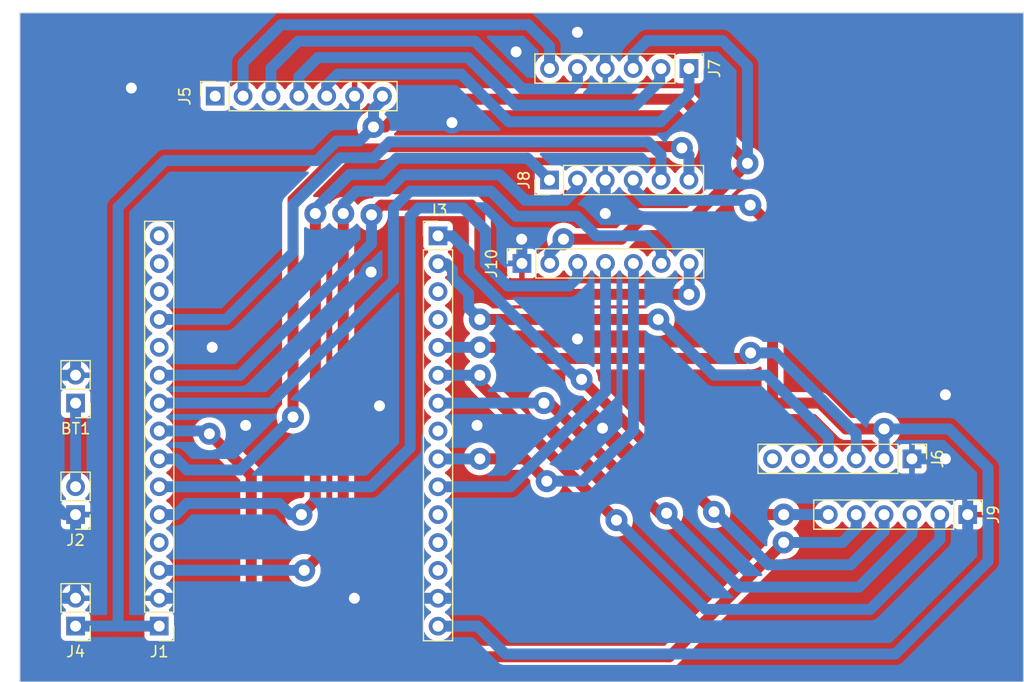
<source format=kicad_pcb>
(kicad_pcb (version 20221018) (generator pcbnew)
  (layers (0 "F.Cu" signal) (31 "B.Cu" signal) (34 "B.Paste" user) (35 "F.Paste" user) (36 "B.SilkS" user "B.Silkscreen") (37 "F.SilkS" user "F.Silkscreen") (38 "B.Mask" user) (39 "F.Mask" user) (44 "Edge.Cuts" user))
  (net 0 "")
  (net 1 "+24V")
  (net 2 "GND")
  (net 3 "+5V")
  (net 4 "ESP32_HSPI_MOSI")
  (net 6 "ESP32_HSPI_CLK")
  (net 7 "E32_433T30D_AUX")
  (net 8 "MCP2515_SPI_CS")
  (net 9 "SD_CARD_SPI_CS")
  (net 10 "E32_433T30D_M1")
  (net 11 "E32_433T30D_M0")
  (net 13 "ESP32_HSPI_MISO")
  (net 17 "ESP32_VSPI_MOSI")
  (net 18 "ESP32_I2C_SCL")
  (net 21 "ESP32_I2C_SDA")
  (net 22 "ESP32_VSPI_MISO")
  (net 23 "ESP32_VSPI_CLK")
  (net 25 "ESP32_UART_2_TX")
  (net 26 "ESP32_UART_2_RX")
  (net 30 "+3.3V")
  (net 32 "Net-(J5-Pin_2)")
  (net 33 "Net-(J5-Pin_3)")
  (net 34 "Net-(J5-Pin_4)")
  (net 35 "Net-(J5-Pin_5)")
  (footprint "Connector_PinHeader_2.54mm:PinHeader_1x15_P2.54mm_Vertical" (layer "F.Cu") (at 116.84 114.3 180)
    (fp_text reference "J1" (at 0 -2.33) (layer "F.SilkS"))
    (fp_text value "Conn_01x15_Pin")
    (fp_line (start -1.33 -1.33) (end 0 -1.33) (stroke (width 0.12)) (layer "F.SilkS"))
    (fp_line (start -1.33 0) (end -1.33 -1.33) (stroke (width 0.12)) (layer "F.SilkS"))
    (fp_line (start -1.33 1.27) (end -1.33 36.89) (stroke (width 0.12)) (layer "F.SilkS"))
    (fp_line (start -1.33 1.27) (end 1.33 1.27) (stroke (width 0.12)) (layer "F.SilkS"))
    (fp_line (start -1.33 36.89) (end 1.33 36.89) (stroke (width 0.12)) (layer "F.SilkS"))
    (fp_line (start 1.33 1.27) (end 1.33 36.89) (stroke (width 0.12)) (layer "F.SilkS"))
    (pad "1" thru_hole rect (at 0 0 180) (size 1.7 1.7) (drill 1) (layers "*.Cu" "*.Mask") (net 3 "+5V"))
    (pad "2" thru_hole oval (at 0 2.54 180) (size 1.7 1.7) (drill 1) (layers "*.Cu" "*.Mask") (net 2 "GND"))
    (pad "3" thru_hole oval (at 0 5.08 180) (size 1.7 1.7) (drill 1) (layers "*.Cu" "*.Mask") (net 4 "ESP32_HSPI_MOSI"))
    (pad "4" thru_hole oval (at 0 7.62 180) (size 1.7 1.7) (drill 1) (layers "*.Cu" "*.Mask"))
    (pad "5" thru_hole oval (at 0 10.16 180) (size 1.7 1.7) (drill 1) (layers "*.Cu" "*.Mask") (net 6 "ESP32_HSPI_CLK"))
    (pad "6" thru_hole oval (at 0 12.7 180) (size 1.7 1.7) (drill 1) (layers "*.Cu" "*.Mask") (net 7 "E32_433T30D_AUX"))
    (pad "7" thru_hole oval (at 0 15.24 180) (size 1.7 1.7) (drill 1) (layers "*.Cu" "*.Mask") (net 8 "MCP2515_SPI_CS"))
    (pad "8" thru_hole oval (at 0 17.78 180) (size 1.7 1.7) (drill 1) (layers "*.Cu" "*.Mask") (net 9 "SD_CARD_SPI_CS"))
    (pad "9" thru_hole oval (at 0 20.32 180) (size 1.7 1.7) (drill 1) (layers "*.Cu" "*.Mask") (net 10 "E32_433T30D_M1"))
    (pad "10" thru_hole oval (at 0 22.86 180) (size 1.7 1.7) (drill 1) (layers "*.Cu" "*.Mask") (net 11 "E32_433T30D_M0"))
    (pad "11" thru_hole oval (at 0 25.4 180) (size 1.7 1.7) (drill 1) (layers "*.Cu" "*.Mask"))
    (pad "12" thru_hole oval (at 0 27.94 180) (size 1.7 1.7) (drill 1) (layers "*.Cu" "*.Mask") (net 13 "ESP32_HSPI_MISO"))
    (pad "13" thru_hole oval (at 0 30.48 180) (size 1.7 1.7) (drill 1) (layers "*.Cu" "*.Mask"))
    (pad "14" thru_hole oval (at 0 33.02 180) (size 1.7 1.7) (drill 1) (layers "*.Cu" "*.Mask"))
    (pad "15" thru_hole oval (at 0 35.56 180) (size 1.7 1.7) (drill 1) (layers "*.Cu" "*.Mask"))
  )
  (footprint "Connector_PinHeader_2.54mm:PinHeader_1x06_P2.54mm_Vertical" (layer "F.Cu") (at 152.4 73.66 90)
    (fp_text reference "J8" (at 0 -2.33 90) (layer "F.SilkS"))
    (fp_text value "Conn_01x06_Pin")
    (fp_line (start -1.33 -1.33) (end 0 -1.33) (stroke (width 0.12)) (layer "F.SilkS"))
    (fp_line (start -1.33 0) (end -1.33 -1.33) (stroke (width 0.12)) (layer "F.SilkS"))
    (fp_line (start -1.33 1.27) (end -1.33 14.03) (stroke (width 0.12)) (layer "F.SilkS"))
    (fp_line (start -1.33 1.27) (end 1.33 1.27) (stroke (width 0.12)) (layer "F.SilkS"))
    (fp_line (start -1.33 14.03) (end 1.33 14.03) (stroke (width 0.12)) (layer "F.SilkS"))
    (fp_line (start 1.33 1.27) (end 1.33 14.03) (stroke (width 0.12)) (layer "F.SilkS"))
    (pad "1" thru_hole rect (at 0 0 90) (size 1.7 1.7) (drill 1) (layers "*.Cu" "*.Mask") (net 6 "ESP32_HSPI_CLK"))
    (pad "2" thru_hole oval (at 0 2.54 90) (size 1.7 1.7) (drill 1) (layers "*.Cu" "*.Mask") (net 4 "ESP32_HSPI_MOSI"))
    (pad "3" thru_hole oval (at 0 5.08 90) (size 1.7 1.7) (drill 1) (layers "*.Cu" "*.Mask") (net 2 "GND"))
    (pad "4" thru_hole oval (at 0 7.62 90) (size 1.7 1.7) (drill 1) (layers "*.Cu" "*.Mask") (net 30 "+3.3V"))
    (pad "5" thru_hole oval (at 0 10.16 90) (size 1.7 1.7) (drill 1) (layers "*.Cu" "*.Mask") (net 13 "ESP32_HSPI_MISO"))
    (pad "6" thru_hole oval (at 0 12.7 90) (size 1.7 1.7) (drill 1) (layers "*.Cu" "*.Mask") (net 8 "MCP2515_SPI_CS"))
  )
  (footprint "Connector_PinHeader_2.54mm:PinHeader_1x06_P2.54mm_Vertical" (layer "F.Cu") (at 165.1 63.5 -90)
    (fp_text reference "J7" (at 0 -2.33 90) (layer "F.SilkS"))
    (fp_text value "Conn_01x06_Pin")
    (fp_line (start -1.33 -1.33) (end 0 -1.33) (stroke (width 0.12)) (layer "F.SilkS"))
    (fp_line (start -1.33 0) (end -1.33 -1.33) (stroke (width 0.12)) (layer "F.SilkS"))
    (fp_line (start -1.33 1.27) (end -1.33 14.03) (stroke (width 0.12)) (layer "F.SilkS"))
    (fp_line (start -1.33 1.27) (end 1.33 1.27) (stroke (width 0.12)) (layer "F.SilkS"))
    (fp_line (start -1.33 14.03) (end 1.33 14.03) (stroke (width 0.12)) (layer "F.SilkS"))
    (fp_line (start 1.33 1.27) (end 1.33 14.03) (stroke (width 0.12)) (layer "F.SilkS"))
    (pad "1" thru_hole rect (at 0 0 270) (size 1.7 1.7) (drill 1) (layers "*.Cu" "*.Mask") (net 35 "Net-(J5-Pin_5)"))
    (pad "2" thru_hole oval (at 0 2.54 270) (size 1.7 1.7) (drill 1) (layers "*.Cu" "*.Mask") (net 34 "Net-(J5-Pin_4)"))
    (pad "3" thru_hole oval (at 0 5.08 270) (size 1.7 1.7) (drill 1) (layers "*.Cu" "*.Mask") (net 3 "+5V"))
    (pad "4" thru_hole oval (at 0 7.62 270) (size 1.7 1.7) (drill 1) (layers "*.Cu" "*.Mask") (net 2 "GND"))
    (pad "5" thru_hole oval (at 0 10.16 270) (size 1.7 1.7) (drill 1) (layers "*.Cu" "*.Mask") (net 33 "Net-(J5-Pin_3)"))
    (pad "6" thru_hole oval (at 0 12.7 270) (size 1.7 1.7) (drill 1) (layers "*.Cu" "*.Mask") (net 32 "Net-(J5-Pin_2)"))
  )
  (footprint "Connector_PinHeader_2.54mm:PinHeader_1x06_P2.54mm_Vertical" (layer "F.Cu") (at 190.5 104.14 -90)
    (fp_text reference "J9" (at 0 -2.33 90) (layer "F.SilkS"))
    (fp_text value "Conn_01x06_Pin")
    (fp_line (start -1.33 -1.33) (end 0 -1.33) (stroke (width 0.12)) (layer "F.SilkS"))
    (fp_line (start -1.33 0) (end -1.33 -1.33) (stroke (width 0.12)) (layer "F.SilkS"))
    (fp_line (start -1.33 1.27) (end -1.33 14.03) (stroke (width 0.12)) (layer "F.SilkS"))
    (fp_line (start -1.33 1.27) (end 1.33 1.27) (stroke (width 0.12)) (layer "F.SilkS"))
    (fp_line (start -1.33 14.03) (end 1.33 14.03) (stroke (width 0.12)) (layer "F.SilkS"))
    (fp_line (start 1.33 1.27) (end 1.33 14.03) (stroke (width 0.12)) (layer "F.SilkS"))
    (pad "1" thru_hole rect (at 0 0 270) (size 1.7 1.7) (drill 1) (layers "*.Cu" "*.Mask") (net 2 "GND"))
    (pad "2" thru_hole oval (at 0 2.54 270) (size 1.7 1.7) (drill 1) (layers "*.Cu" "*.Mask") (net 22 "ESP32_VSPI_MISO"))
    (pad "3" thru_hole oval (at 0 5.08 270) (size 1.7 1.7) (drill 1) (layers "*.Cu" "*.Mask") (net 23 "ESP32_VSPI_CLK"))
    (pad "4" thru_hole oval (at 0 7.62 270) (size 1.7 1.7) (drill 1) (layers "*.Cu" "*.Mask") (net 17 "ESP32_VSPI_MOSI"))
    (pad "5" thru_hole oval (at 0 10.16 270) (size 1.7 1.7) (drill 1) (layers "*.Cu" "*.Mask") (net 9 "SD_CARD_SPI_CS"))
    (pad "6" thru_hole oval (at 0 12.7 270) (size 1.7 1.7) (drill 1) (layers "*.Cu" "*.Mask") (net 30 "+3.3V"))
  )
  (footprint "Connector_PinHeader_2.54mm:PinHeader_1x02_P2.54mm_Vertical" (layer "F.Cu") (at 109.22 114.3 180)
    (fp_text reference "J4" (at 0 -2.33) (layer "F.SilkS"))
    (fp_text value "Conn_01x02_Pin")
    (fp_line (start -1.33 -1.33) (end 0 -1.33) (stroke (width 0.12)) (layer "F.SilkS"))
    (fp_line (start -1.33 0) (end -1.33 -1.33) (stroke (width 0.12)) (layer "F.SilkS"))
    (fp_line (start -1.33 1.27) (end -1.33 3.87) (stroke (width 0.12)) (layer "F.SilkS"))
    (fp_line (start -1.33 1.27) (end 1.33 1.27) (stroke (width 0.12)) (layer "F.SilkS"))
    (fp_line (start -1.33 3.87) (end 1.33 3.87) (stroke (width 0.12)) (layer "F.SilkS"))
    (fp_line (start 1.33 1.27) (end 1.33 3.87) (stroke (width 0.12)) (layer "F.SilkS"))
    (pad "1" thru_hole rect (at 0 0 180) (size 1.7 1.7) (drill 1) (layers "*.Cu" "*.Mask") (net 3 "+5V"))
    (pad "2" thru_hole oval (at 0 2.54 180) (size 1.7 1.7) (drill 1) (layers "*.Cu" "*.Mask") (net 2 "GND"))
  )
  (footprint "Connector_PinHeader_2.54mm:PinHeader_1x02_P2.54mm_Vertical" (layer "F.Cu") (at 109.22 104.14 180)
    (fp_text reference "J2" (at 0 -2.33) (layer "F.SilkS"))
    (fp_text value "Conn_01x02_Pin")
    (fp_line (start -1.33 -1.33) (end 0 -1.33) (stroke (width 0.12)) (layer "F.SilkS"))
    (fp_line (start -1.33 0) (end -1.33 -1.33) (stroke (width 0.12)) (layer "F.SilkS"))
    (fp_line (start -1.33 1.27) (end -1.33 3.87) (stroke (width 0.12)) (layer "F.SilkS"))
    (fp_line (start -1.33 1.27) (end 1.33 1.27) (stroke (width 0.12)) (layer "F.SilkS"))
    (fp_line (start -1.33 3.87) (end 1.33 3.87) (stroke (width 0.12)) (layer "F.SilkS"))
    (fp_line (start 1.33 1.27) (end 1.33 3.87) (stroke (width 0.12)) (layer "F.SilkS"))
    (pad "1" thru_hole rect (at 0 0 180) (size 1.7 1.7) (drill 1) (layers "*.Cu" "*.Mask") (net 2 "GND"))
    (pad "2" thru_hole oval (at 0 2.54 180) (size 1.7 1.7) (drill 1) (layers "*.Cu" "*.Mask") (net 1 "+24V"))
  )
  (footprint "Connector_PinSocket_2.54mm:PinSocket_1x07_P2.54mm_Vertical" (layer "F.Cu") (at 121.94 66.015 90)
    (fp_text reference "J5" (at 0 -2.77 90) (layer "F.SilkS"))
    (fp_text value "Conn_01x07_Pin")
    (fp_line (start -1.33 1.27) (end -1.33 16.57) (stroke (width 0.12)) (layer "F.SilkS"))
    (fp_line (start -1.33 1.27) (end 1.33 1.27) (stroke (width 0.12)) (layer "F.SilkS"))
    (fp_line (start -1.33 16.57) (end 1.33 16.57) (stroke (width 0.12)) (layer "F.SilkS"))
    (fp_line (start 0 -1.33) (end 1.33 -1.33) (stroke (width 0.12)) (layer "F.SilkS"))
    (fp_line (start 1.33 -1.33) (end 1.33 0) (stroke (width 0.12)) (layer "F.SilkS"))
    (fp_line (start 1.33 1.27) (end 1.33 16.57) (stroke (width 0.12)) (layer "F.SilkS"))
    (pad "1" thru_hole rect (at 0 0 90) (size 1.7 1.7) (drill 1) (layers "*.Cu" "*.Mask"))
    (pad "2" thru_hole oval (at 0 2.54 90) (size 1.7 1.7) (drill 1) (layers "*.Cu" "*.Mask") (net 32 "Net-(J5-Pin_2)"))
    (pad "3" thru_hole oval (at 0 5.08 90) (size 1.7 1.7) (drill 1) (layers "*.Cu" "*.Mask") (net 33 "Net-(J5-Pin_3)"))
    (pad "4" thru_hole oval (at 0 7.62 90) (size 1.7 1.7) (drill 1) (layers "*.Cu" "*.Mask") (net 34 "Net-(J5-Pin_4)"))
    (pad "5" thru_hole oval (at 0 10.16 90) (size 1.7 1.7) (drill 1) (layers "*.Cu" "*.Mask") (net 35 "Net-(J5-Pin_5)"))
    (pad "6" thru_hole oval (at 0 12.7 90) (size 1.7 1.7) (drill 1) (layers "*.Cu" "*.Mask") (net 2 "GND"))
    (pad "7" thru_hole oval (at 0 15.24 90) (size 1.7 1.7) (drill 1) (layers "*.Cu" "*.Mask") (net 3 "+5V"))
  )
  (footprint "Connector_PinHeader_2.54mm:PinHeader_1x15_P2.54mm_Vertical" (layer "F.Cu") (at 142.24 78.745)
    (fp_text reference "J3" (at 0 -2.33) (layer "F.SilkS"))
    (fp_text value "Conn_01x15_Pin")
    (fp_line (start -1.33 -1.33) (end 0 -1.33) (stroke (width 0.12)) (layer "F.SilkS"))
    (fp_line (start -1.33 0) (end -1.33 -1.33) (stroke (width 0.12)) (layer "F.SilkS"))
    (fp_line (start -1.33 1.27) (end -1.33 36.89) (stroke (width 0.12)) (layer "F.SilkS"))
    (fp_line (start -1.33 1.27) (end 1.33 1.27) (stroke (width 0.12)) (layer "F.SilkS"))
    (fp_line (start -1.33 36.89) (end 1.33 36.89) (stroke (width 0.12)) (layer "F.SilkS"))
    (fp_line (start 1.33 1.27) (end 1.33 36.89) (stroke (width 0.12)) (layer "F.SilkS"))
    (pad "1" thru_hole rect (at 0 0) (size 1.7 1.7) (drill 1) (layers "*.Cu" "*.Mask") (net 17 "ESP32_VSPI_MOSI"))
    (pad "2" thru_hole oval (at 0 2.54) (size 1.7 1.7) (drill 1) (layers "*.Cu" "*.Mask") (net 18 "ESP32_I2C_SCL"))
    (pad "3" thru_hole oval (at 0 5.08) (size 1.7 1.7) (drill 1) (layers "*.Cu" "*.Mask"))
    (pad "4" thru_hole oval (at 0 7.62) (size 1.7 1.7) (drill 1) (layers "*.Cu" "*.Mask"))
    (pad "5" thru_hole oval (at 0 10.16) (size 1.7 1.7) (drill 1) (layers "*.Cu" "*.Mask") (net 21 "ESP32_I2C_SDA"))
    (pad "6" thru_hole oval (at 0 12.7) (size 1.7 1.7) (drill 1) (layers "*.Cu" "*.Mask") (net 22 "ESP32_VSPI_MISO"))
    (pad "7" thru_hole oval (at 0 15.24) (size 1.7 1.7) (drill 1) (layers "*.Cu" "*.Mask") (net 23 "ESP32_VSPI_CLK"))
    (pad "8" thru_hole oval (at 0 17.78) (size 1.7 1.7) (drill 1) (layers "*.Cu" "*.Mask"))
    (pad "9" thru_hole oval (at 0 20.32) (size 1.7 1.7) (drill 1) (layers "*.Cu" "*.Mask") (net 25 "ESP32_UART_2_TX"))
    (pad "10" thru_hole oval (at 0 22.86) (size 1.7 1.7) (drill 1) (layers "*.Cu" "*.Mask") (net 26 "ESP32_UART_2_RX"))
    (pad "11" thru_hole oval (at 0 25.4) (size 1.7 1.7) (drill 1) (layers "*.Cu" "*.Mask"))
    (pad "12" thru_hole oval (at 0 27.94) (size 1.7 1.7) (drill 1) (layers "*.Cu" "*.Mask"))
    (pad "13" thru_hole oval (at 0 30.48) (size 1.7 1.7) (drill 1) (layers "*.Cu" "*.Mask"))
    (pad "14" thru_hole oval (at 0 33.02) (size 1.7 1.7) (drill 1) (layers "*.Cu" "*.Mask") (net 2 "GND"))
    (pad "15" thru_hole oval (at 0 35.56) (size 1.7 1.7) (drill 1) (layers "*.Cu" "*.Mask") (net 30 "+3.3V"))
  )
  (footprint "Connector_PinHeader_2.54mm:PinHeader_1x02_P2.54mm_Vertical" (layer "F.Cu") (at 109.22 93.98 180)
    (fp_text reference "BT1" (at 0 -2.33) (layer "F.SilkS"))
    (fp_text value "Li-Ion 6S Battery")
    (fp_line (start -1.33 -1.33) (end 0 -1.33) (stroke (width 0.12)) (layer "F.SilkS"))
    (fp_line (start -1.33 0) (end -1.33 -1.33) (stroke (width 0.12)) (layer "F.SilkS"))
    (fp_line (start -1.33 1.27) (end -1.33 3.87) (stroke (width 0.12)) (layer "F.SilkS"))
    (fp_line (start -1.33 1.27) (end 1.33 1.27) (stroke (width 0.12)) (layer "F.SilkS"))
    (fp_line (start -1.33 3.87) (end 1.33 3.87) (stroke (width 0.12)) (layer "F.SilkS"))
    (fp_line (start 1.33 1.27) (end 1.33 3.87) (stroke (width 0.12)) (layer "F.SilkS"))
    (pad "1" thru_hole rect (at 0 0 180) (size 1.7 1.7) (drill 1) (layers "*.Cu" "*.Mask") (net 1 "+24V"))
    (pad "2" thru_hole oval (at 0 2.54 180) (size 1.7 1.7) (drill 1) (layers "*.Cu" "*.Mask") (net 2 "GND"))
  )
  (footprint "Connector_PinHeader_2.54mm:PinHeader_1x06_P2.54mm_Vertical" (layer "F.Cu") (at 185.42 99.06 -90)
    (fp_text reference "J6" (at 0 -2.33 90) (layer "F.SilkS"))
    (fp_text value "Conn_01x06_Pin")
    (fp_line (start -1.33 -1.33) (end 0 -1.33) (stroke (width 0.12)) (layer "F.SilkS"))
    (fp_line (start -1.33 0) (end -1.33 -1.33) (stroke (width 0.12)) (layer "F.SilkS"))
    (fp_line (start -1.33 1.27) (end -1.33 14.03) (stroke (width 0.12)) (layer "F.SilkS"))
    (fp_line (start -1.33 1.27) (end 1.33 1.27) (stroke (width 0.12)) (layer "F.SilkS"))
    (fp_line (start -1.33 14.03) (end 1.33 14.03) (stroke (width 0.12)) (layer "F.SilkS"))
    (fp_line (start 1.33 1.27) (end 1.33 14.03) (stroke (width 0.12)) (layer "F.SilkS"))
    (pad "1" thru_hole rect (at 0 0 270) (size 1.7 1.7) (drill 1) (layers "*.Cu" "*.Mask") (net 2 "GND"))
    (pad "2" thru_hole oval (at 0 2.54 270) (size 1.7 1.7) (drill 1) (layers "*.Cu" "*.Mask") (net 30 "+3.3V"))
    (pad "3" thru_hole oval (at 0 5.08 270) (size 1.7 1.7) (drill 1) (layers "*.Cu" "*.Mask") (net 21 "ESP32_I2C_SDA"))
    (pad "4" thru_hole oval (at 0 7.62 270) (size 1.7 1.7) (drill 1) (layers "*.Cu" "*.Mask") (net 18 "ESP32_I2C_SCL"))
    (pad "5" thru_hole oval (at 0 10.16 270) (size 1.7 1.7) (drill 1) (layers "*.Cu" "*.Mask"))
    (pad "6" thru_hole oval (at 0 12.7 270) (size 1.7 1.7) (drill 1) (layers "*.Cu" "*.Mask"))
  )
  (footprint "Connector_PinSocket_2.54mm:PinSocket_1x07_P2.54mm_Vertical" (layer "F.Cu") (at 149.88 81.255 90)
    (fp_text reference "J10" (at 0 -2.77 90) (layer "F.SilkS"))
    (fp_text value "Conn_01x07_Pin")
    (fp_line (start -1.33 1.27) (end -1.33 16.57) (stroke (width 0.12)) (layer "F.SilkS"))
    (fp_line (start -1.33 1.27) (end 1.33 1.27) (stroke (width 0.12)) (layer "F.SilkS"))
    (fp_line (start -1.33 16.57) (end 1.33 16.57) (stroke (width 0.12)) (layer "F.SilkS"))
    (fp_line (start 0 -1.33) (end 1.33 -1.33) (stroke (width 0.12)) (layer "F.SilkS"))
    (fp_line (start 1.33 -1.33) (end 1.33 0) (stroke (width 0.12)) (layer "F.SilkS"))
    (fp_line (start 1.33 1.27) (end 1.33 16.57) (stroke (width 0.12)) (layer "F.SilkS"))
    (pad "1" thru_hole rect (at 0 0 90) (size 1.7 1.7) (drill 1) (layers "*.Cu" "*.Mask") (net 2 "GND"))
    (pad "2" thru_hole oval (at 0 2.54 90) (size 1.7 1.7) (drill 1) (layers "*.Cu" "*.Mask") (net 3 "+5V"))
    (pad "3" thru_hole oval (at 0 5.08 90) (size 1.7 1.7) (drill 1) (layers "*.Cu" "*.Mask") (net 7 "E32_433T30D_AUX"))
    (pad "4" thru_hole oval (at 0 7.62 90) (size 1.7 1.7) (drill 1) (layers "*.Cu" "*.Mask") (net 26 "ESP32_UART_2_RX"))
    (pad "5" thru_hole oval (at 0 10.16 90) (size 1.7 1.7) (drill 1) (layers "*.Cu" "*.Mask") (net 25 "ESP32_UART_2_TX"))
    (pad "6" thru_hole oval (at 0 12.7 90) (size 1.7 1.7) (drill 1) (layers "*.Cu" "*.Mask") (net 10 "E32_433T30D_M1"))
    (pad "7" thru_hole oval (at 0 15.24 90) (size 1.7 1.7) (drill 1) (layers "*.Cu" "*.Mask") (net 11 "E32_433T30D_M0"))
  )
  (gr_rect (start 104.14 58.42) (end 195.58 119.38) (stroke (width 0.1)) (fill none) (layer "Edge.Cuts"))
  (segment (start 109.22 93.98) (end 109.22 101.6) (width 1) (layer "B.Cu") (net 1))
  (segment (start 151.9465 76.962) (end 149.86 79.0485) (width 1) (layer "F.Cu") (net 2))
  (segment (start 119.38 60.198) (end 114.3 65.278) (width 1) (layer "F.Cu") (net 2))
  (segment (start 188.468 93.218) (end 188.468 99.06) (width 1) (layer "F.Cu") (net 2))
  (segment (start 157.226 76.962) (end 151.9465 76.962) (width 1) (layer "F.Cu") (net 2))
  (segment (start 157.48 76.708) (end 157.226 76.962) (width 1) (layer "F.Cu") (net 2))
  (segment (start 154.94 60.198) (end 119.38 60.198) (width 1) (layer "F.Cu") (net 2))
  (via (at 157.226 96.266) (size 2) (drill 1) (layers "F.Cu" "B.Cu") (net 2))
  (via (at 124.714 96.012) (size 2) (drill 1) (layers "F.Cu" "B.Cu") (net 2))
  (via (at 149.86 79.0485) (size 2) (drill 1) (layers "F.Cu" "B.Cu") (net 2))
  (via (at 121.666 88.9) (size 2) (drill 1) (layers "F.Cu" "B.Cu") (net 2))
  (via (at 145.796 96.012) (size 2) (drill 1) (layers "F.Cu" "B.Cu") (net 2))
  (via (at 157.48 76.708) (size 2) (drill 1) (layers "F.Cu" "B.Cu") (net 2))
  (via (at 149.352 61.976) (size 2) (drill 1) (layers "F.Cu" "B.Cu") (net 2))
  (via (at 136.144 82.042) (size 2) (drill 1) (layers "F.Cu" "B.Cu") (net 2))
  (via (at 154.94 60.198) (size 2) (drill 1) (layers "F.Cu" "B.Cu") (net 2))
  (via (at 143.51 68.4265) (size 2) (drill 1) (layers "F.Cu" "B.Cu") (net 2))
  (via (at 114.3 65.278) (size 2) (drill 1) (layers "F.Cu" "B.Cu") (net 2))
  (via (at 188.468 99.06) (size 2) (drill 1) (layers "F.Cu" "B.Cu") (net 2))
  (via (at 154.94 88.138) (size 2) (drill 1) (layers "F.Cu" "B.Cu") (net 2))
  (via (at 134.62 111.76) (size 2) (drill 1) (layers "F.Cu" "B.Cu") (net 2))
  (via (at 188.468 93.218) (size 2) (drill 1) (layers "F.Cu" "B.Cu") (net 2))
  (via (at 136.906 94.234) (size 2) (drill 1) (layers "F.Cu" "B.Cu") (net 2))
  (segment (start 154.94 60.198) (end 157.48 60.198) (width 1) (layer "B.Cu") (net 2))
  (segment (start 106.426 111.76) (end 106.426 115.062) (width 1) (layer "B.Cu") (net 2))
  (segment (start 157.48 73.66) (end 157.48 76.708) (width 1) (layer "B.Cu") (net 2))
  (segment (start 188.468 93.218) (end 188.468 71.882) (width 1) (layer "B.Cu") (net 2))
  (segment (start 149.88 79.0685) (end 149.88 81.255) (width 1) (layer "B.Cu") (net 2))
  (segment (start 182.626 114.808) (end 190.5 106.934) (width 1) (layer "B.Cu") (net 2))
  (segment (start 133.774 118.448) (end 139.187 113.035) (width 1) (layer "B.Cu") (net 2))
  (segment (start 175.768 59.182) (end 176.911 60.325) (width 1) (layer "B.Cu") (net 2))
  (segment (start 139.187 113.035) (end 139.192 113.035) (width 1) (layer "B.Cu") (net 2))
  (segment (start 149.86 79.0485) (end 149.88 79.0685) (width 1) (layer "B.Cu") (net 2))
  (segment (start 188.468 71.882) (end 176.911 60.325) (width 1) (layer "B.Cu") (net 2))
  (segment (start 172.466 78.232) (end 176.911 73.787) (width 1) (layer "B.Cu") (net 2))
  (segment (start 134.64 67.29) (end 134.04 67.89) (width 1) (layer "B.Cu") (net 2))
  (segment (start 188.468 99.06) (end 190.5 101.092) (width 1) (layer "B.Cu") (net 2))
  (segment (start 160.02 76.708) (end 160.528 77.216) (width 1) (layer "B.Cu") (net 2))
  (segment (start 108.204 104.14) (end 106.68 102.616) (width 1) (layer "B.Cu") (net 2))
  (segment (start 140.462 111.765) (end 142.24 111.765) (width 1) (layer "B.Cu") (net 2))
  (segment (start 133.0854 67.89) (end 130.6174 70.358) (width 1) (layer "B.Cu") (net 2))
  (segment (start 109.22 91.44) (end 107.696 91.44) (width 1) (layer "B.Cu") (net 2))
  (segment (start 140.457 111.76) (end 140.462 111.765) (width 1) (layer "B.Cu") (net 2))
  (segment (start 160.528 77.216) (end 165.1 77.216) (width 1) (layer "B.Cu") (net 2))
  (segment (start 190.5 106.934) (end 190.5 104.14) (width 1) (layer "B.Cu") (net 2))
  (segment (start 176.911 73.787) (end 176.911 60.325) (width 1) (layer "B.Cu") (net 2))
  (segment (start 119.126 111.76) (end 121.158 113.792) (width 1) (layer "B.Cu") (net 2))
  (segment (start 106.426 115.062) (end 109.812 118.448) (width 1) (layer "B.Cu") (net 2))
  (segment (start 109.22 111.76) (end 106.426 111.76) (width 1) (layer "B.Cu") (net 2))
  (segment (start 106.68 92.456) (end 106.68 94.488) (width 1) (layer "B.Cu") (net 2))
  (segment (start 166.116 78.232) (end 172.466 78.232) (width 1) (layer "B.Cu") (net 2))
  (segment (start 114.3 70.358) (end 109.22 75.438) (width 1) (layer "B.Cu") (net 2))
  (segment (start 157.48 76.708) (end 160.02 76.708) (width 1) (layer "B.Cu") (net 2))
  (segment (start 121.158 113.792) (end 121.158 118.448) (width 1) (layer "B.Cu") (net 2))
  (segment (start 109.22 75.438) (end 109.22 91.44) (width 1) (layer "B.Cu") (net 2))
  (segment (start 114.3 65.278) (end 114.3 70.358) (width 1) (layer "B.Cu") (net 2))
  (segment (start 134.64 66.015) (end 134.64 67.29) (width 1) (layer "B.Cu") (net 2))
  (segment (start 165.1 77.216) (end 166.116 78.232) (width 1) (layer "B.Cu") (net 2))
  (segment (start 149.606 114.808) (end 182.626 114.808) (width 1) (layer "B.Cu") (net 2))
  (segment (start 109.812 118.448) (end 121.158 118.448) (width 1) (layer "B.Cu") (net 2))
  (segment (start 121.158 118.448) (end 133.774 118.448) (width 1) (layer "B.Cu") (net 2))
  (segment (start 130.6174 70.358) (end 114.3 70.358) (width 1) (layer "B.Cu") (net 2))
  (segment (start 190.5 104.14) (end 190.5 102.108) (width 1) (layer "B.Cu") (net 2))
  (segment (start 142.24 111.765) (end 146.563 111.765) (width 1) (layer "B.Cu") (net 2))
  (segment (start 134.62 111.76) (end 140.457 111.76) (width 1) (layer "B.Cu") (net 2))
  (segment (start 139.192 113.035) (end 140.462 111.765) (width 1) (layer "B.Cu") (net 2))
  (segment (start 158.496 59.182) (end 175.768 59.182) (width 1) (layer "B.Cu") (net 2))
  (segment (start 157.48 60.198) (end 158.496 59.182) (width 1) (layer "B.Cu") (net 2))
  (segment (start 134.04 67.89) (end 133.0854 67.89) (width 1) (layer "B.Cu") (net 2))
  (segment (start 157.48 63.5) (end 157.48 60.198) (width 1) (layer "B.Cu") (net 2))
  (segment (start 107.696 91.44) (end 106.68 92.456) (width 1) (layer "B.Cu") (net 2))
  (segment (start 146.563 111.765) (end 149.606 114.808) (width 1) (layer "B.Cu") (net 2))
  (segment (start 188.468 99.06) (end 185.42 99.06) (width 1) (layer "B.Cu") (net 2))
  (segment (start 190.5 101.092) (end 190.5 102.108) (width 1) (layer "B.Cu") (net 2))
  (segment (start 109.22 104.14) (end 108.204 104.14) (width 1) (layer "B.Cu") (net 2))
  (segment (start 116.84 111.76) (end 119.126 111.76) (width 1) (layer "B.Cu") (net 2))
  (segment (start 106.68 102.616) (end 106.68 93.98) (width 1) (layer "B.Cu") (net 2))
  (segment (start 109.22 111.76) (end 109.22 104.14) (width 1) (layer "B.Cu") (net 2))
  (segment (start 136.361088 68.82323) (end 137.42477 68.82323) (width 1) (layer "F.Cu") (net 3))
  (segment (start 160.782 77.216) (end 165.354 77.216) (width 1) (layer "F.Cu") (net 3))
  (segment (start 153.67 79.0485) (end 158.9495 79.0485) (width 1) (layer "F.Cu") (net 3))
  (segment (start 158.9495 79.0485) (end 160.782 77.216) (width 1) (layer "F.Cu") (net 3))
  (segment (start 137.42477 68.82323) (end 139.954 66.294) (width 1) (layer "F.Cu") (net 3))
  (segment (start 165.354 77.216) (end 170.434 72.136) (width 1) (layer "F.Cu") (net 3))
  (segment (start 139.954 66.294) (end 164.592 66.294) (width 1) (layer "F.Cu") (net 3))
  (segment (start 164.592 66.294) (end 170.434 72.136) (width 1) (layer "F.Cu") (net 3))
  (via (at 136.361088 68.82323) (size 2) (drill 1) (layers "F.Cu" "B.Cu") (net 3))
  (via (at 153.67 79.0485) (size 2) (drill 1) (layers "F.Cu" "B.Cu") (net 3))
  (via (at 170.434 72.136) (size 2) (drill 1) (layers "F.Cu" "B.Cu") (net 3))
  (segment (start 136.361088 67.178385) (end 137.18 66.359473) (width 1) (layer "B.Cu") (net 3))
  (segment (start 137.18 66.359473) (end 137.18 66.015) (width 1) (layer "B.Cu") (net 3))
  (segment (start 161.29 60.96) (end 160.02 62.23) (width 1) (layer "B.Cu") (net 3))
  (segment (start 111.506 114.3) (end 113.03 114.3) (width 0.25) (layer "B.Cu") (net 3))
  (segment (start 131.21472 71.882) (end 117.348 71.882) (width 1) (layer "B.Cu") (net 3))
  (segment (start 152.42 81.255) (end 152.42 80.2985) (width 1) (layer "B.Cu") (net 3))
  (segment (start 136.361088 68.82323) (end 136.361088 67.178385) (width 1) (layer "B.Cu") (net 3))
  (segment (start 135.080318 70.104) (end 132.99272 70.104) (width 1) (layer "B.Cu") (net 3))
  (segment (start 117.348 71.882) (end 113.093 76.137) (width 1) (layer "B.Cu") (net 3))
  (segment (start 113.093 114.237) (end 113.03 114.3) (width 1) (layer "B.Cu") (net 3))
  (segment (start 113.03 114.3) (end 116.84 114.3) (width 0.25) (layer "B.Cu") (net 3))
  (segment (start 160.02 62.23) (end 160.02 63.5) (width 1) (layer "B.Cu") (net 3))
  (segment (start 136.361088 68.82323) (end 135.080318 70.104) (width 1) (layer "B.Cu") (net 3))
  (segment (start 168.148 60.96) (end 161.29 60.96) (width 1) (layer "B.Cu") (net 3))
  (segment (start 152.42 80.2985) (end 153.67 79.0485) (width 1) (layer "B.Cu") (net 3))
  (segment (start 111.506 114.3) (end 109.22 114.3) (width 1) (layer "B.Cu") (net 3))
  (segment (start 170.434 72.136) (end 170.434 63.246) (width 1) (layer "B.Cu") (net 3))
  (segment (start 113.093 76.137) (end 113.093 114.237) (width 1) (layer "B.Cu") (net 3))
  (segment (start 170.434 63.246) (end 168.148 60.96) (width 1) (layer "B.Cu") (net 3))
  (segment (start 111.506 114.3) (end 116.84 114.3) (width 1) (layer "B.Cu") (net 3))
  (segment (start 132.99272 70.104) (end 131.21472 71.882) (width 1) (layer "B.Cu") (net 3))
  (segment (start 133.604 76.708) (end 133.604 105.664) (width 1) (layer "F.Cu") (net 4))
  (segment (start 133.604 105.664) (end 130.048 109.22) (width 1) (layer "F.Cu") (net 4))
  (via (at 133.604 76.708) (size 2) (drill 1) (layers "F.Cu" "B.Cu") (net 4))
  (via (at 130.048 109.22) (size 2) (drill 1) (layers "F.Cu" "B.Cu") (net 4))
  (segment (start 139.07868 73.176) (end 147.852 73.176) (width 1) (layer "B.Cu") (net 4))
  (segment (start 130.048 109.22) (end 116.84 109.22) (width 1) (layer "B.Cu") (net 4))
  (segment (start 133.604 76.708) (end 133.604 75.85668) (width 1) (layer "B.Cu") (net 4))
  (segment (start 150.186 75.51) (end 153.852 75.51) (width 1) (layer "B.Cu") (net 4))
  (segment (start 137.57868 74.676) (end 139.07868 73.176) (width 1) (layer "B.Cu") (net 4))
  (segment (start 153.852 75.51) (end 154.94 74.422) (width 1) (layer "B.Cu") (net 4))
  (segment (start 134.78468 74.676) (end 137.57868 74.676) (width 1) (layer "B.Cu") (net 4))
  (segment (start 147.852 73.176) (end 150.186 75.51) (width 1) (layer "B.Cu") (net 4))
  (segment (start 133.604 75.85668) (end 134.78468 74.676) (width 1) (layer "B.Cu") (net 4))
  (segment (start 154.94 74.422) (end 154.94 73.66) (width 1) (layer "B.Cu") (net 4))
  (segment (start 131.064 102.87) (end 129.794 104.14) (width 1) (layer "F.Cu") (net 6))
  (segment (start 131.064 76.708) (end 131.064 102.87) (width 1) (layer "F.Cu") (net 6))
  (via (at 131.064 76.708) (size 2) (drill 1) (layers "F.Cu" "B.Cu") (net 6))
  (via (at 129.794 104.14) (size 2) (drill 1) (layers "F.Cu" "B.Cu") (net 6))
  (segment (start 150.416 71.676) (end 152.4 73.66) (width 1) (layer "B.Cu") (net 6))
  (segment (start 128.778 104.14) (end 127.762 103.124) (width 1) (layer "B.Cu") (net 6))
  (segment (start 131.064 76.27536) (end 134.18736 73.152) (width 1) (layer "B.Cu") (net 6))
  (segment (start 118.364 104.14) (end 116.84 104.14) (width 1) (layer "B.Cu") (net 6))
  (segment (start 134.18736 73.152) (end 136.98136 73.152) (width 1) (layer "B.Cu") (net 6))
  (segment (start 127.762 103.124) (end 119.38 103.124) (width 1) (layer "B.Cu") (net 6))
  (segment (start 119.38 103.124) (end 118.364 104.14) (width 1) (layer "B.Cu") (net 6))
  (segment (start 131.064 76.708) (end 131.064 76.27536) (width 1) (layer "B.Cu") (net 6))
  (segment (start 138.45736 71.676) (end 150.416 71.676) (width 1) (layer "B.Cu") (net 6))
  (segment (start 136.98136 73.152) (end 138.45736 71.676) (width 1) (layer "B.Cu") (net 6))
  (segment (start 129.794 104.14) (end 128.778 104.14) (width 1) (layer "B.Cu") (net 6))
  (segment (start 148.59 83.312) (end 154.178 83.312) (width 1) (layer "B.Cu") (net 7))
  (segment (start 139.7 76.962) (end 140.462 76.2) (width 1) (layer "B.Cu") (net 7))
  (segment (start 154.178 83.312) (end 154.96 82.53) (width 1) (layer "B.Cu") (net 7))
  (segment (start 154.96 82.53) (end 154.96 81.255) (width 1) (layer "B.Cu") (net 7))
  (segment (start 140.462 76.2) (end 144.526 76.2) (width 1) (layer "B.Cu") (net 7))
  (segment (start 116.84 101.6) (end 136.144 101.6) (width 1) (layer "B.Cu") (net 7))
  (segment (start 146.558 78.232) (end 146.558 81.28) (width 1) (layer "B.Cu") (net 7))
  (segment (start 139.7 98.044) (end 139.7 76.962) (width 1) (layer "B.Cu") (net 7))
  (segment (start 136.144 101.6) (end 139.7 98.044) (width 1) (layer "B.Cu") (net 7))
  (segment (start 144.526 76.2) (end 146.558 78.232) (width 1) (layer "B.Cu") (net 7))
  (segment (start 146.558 81.28) (end 148.59 83.312) (width 1) (layer "B.Cu") (net 7))
  (segment (start 164.454509 70.734593) (end 164.331916 70.612) (width 1) (layer "F.Cu") (net 8))
  (segment (start 137.189516 70.82323) (end 133.64677 70.82323) (width 1) (layer "F.Cu") (net 8))
  (segment (start 129.032 75.438) (end 129.032 95.25) (width 1) (layer "F.Cu") (net 8))
  (segment (start 137.400746 70.612) (end 137.189516 70.82323) (width 1) (layer "F.Cu") (net 8))
  (segment (start 133.64677 70.82323) (end 129.032 75.438) (width 1) (layer "F.Cu") (net 8))
  (segment (start 164.331916 70.612) (end 137.400746 70.612) (width 1) (layer "F.Cu") (net 8))
  (via (at 164.454509 70.734593) (size 2) (drill 1) (layers "F.Cu" "B.Cu") (net 8))
  (via (at 129.032 95.25) (size 2) (drill 1) (layers "F.Cu" "B.Cu") (net 8))
  (segment (start 118.364 99.06) (end 116.84 99.06) (width 1) (layer "B.Cu") (net 8))
  (segment (start 124.206 100.076) (end 119.38 100.076) (width 1) (layer "B.Cu") (net 8))
  (segment (start 129.032 95.25) (end 124.206 100.076) (width 1) (layer "B.Cu") (net 8))
  (segment (start 165.1 71.380084) (end 164.454509 70.734593) (width 1) (layer "B.Cu") (net 8))
  (segment (start 165.1 73.66) (end 165.1 71.380084) (width 1) (layer "B.Cu") (net 8))
  (segment (start 119.38 100.076) (end 118.364 99.06) (width 1) (layer "B.Cu") (net 8))
  (segment (start 163.322 117.094) (end 130.81 117.094) (width 1) (layer "F.Cu") (net 9))
  (segment (start 130.81 117.094) (end 125.222 111.506) (width 1) (layer "F.Cu") (net 9))
  (segment (start 125.222 111.506) (end 125.222 100.584) (width 1) (layer "F.Cu") (net 9))
  (segment (start 125.222 100.584) (end 121.412 96.774) (width 1) (layer "F.Cu") (net 9))
  (segment (start 173.736 106.68) (end 163.322 117.094) (width 1) (layer "F.Cu") (net 9))
  (via (at 121.412 96.774) (size 2) (drill 1) (layers "F.Cu" "B.Cu") (net 9))
  (via (at 173.736 106.68) (size 2) (drill 1) (layers "F.Cu" "B.Cu") (net 9))
  (segment (start 116.84 96.52) (end 121.158 96.52) (width 1) (layer "B.Cu") (net 9))
  (segment (start 179.07 106.68) (end 180.34 105.41) (width 1) (layer "B.Cu") (net 9))
  (segment (start 173.736 106.68) (end 179.07 106.68) (width 1) (layer "B.Cu") (net 9))
  (segment (start 121.158 96.52) (end 121.412 96.774) (width 1) (layer "B.Cu") (net 9))
  (segment (start 180.34 105.41) (end 180.34 104.14) (width 1) (layer "B.Cu") (net 9))
  (segment (start 139.7 74.676) (end 147.066 74.676) (width 1) (layer "B.Cu") (net 10))
  (segment (start 116.84 93.98) (end 127 93.98) (width 1) (layer "B.Cu") (net 10))
  (segment (start 149.352 76.962) (end 154.877 76.962) (width 1) (layer "B.Cu") (net 10))
  (segment (start 156.655 78.74) (end 161.29 78.74) (width 1) (layer "B.Cu") (net 10))
  (segment (start 162.58 80.03) (end 162.58 81.255) (width 1) (layer "B.Cu") (net 10))
  (segment (start 154.877 76.962) (end 156.655 78.74) (width 1) (layer "B.Cu") (net 10))
  (segment (start 138.176 76.2) (end 139.7 74.676) (width 1) (layer "B.Cu") (net 10))
  (segment (start 147.066 74.676) (end 149.352 76.962) (width 1) (layer "B.Cu") (net 10))
  (segment (start 127 93.98) (end 138.176 82.804) (width 1) (layer "B.Cu") (net 10))
  (segment (start 161.29 78.74) (end 162.58 80.03) (width 1) (layer "B.Cu") (net 10))
  (segment (start 138.176 82.804) (end 138.176 76.2) (width 1) (layer "B.Cu") (net 10))
  (segment (start 146.05 76.708) (end 145.288 75.946) (width 1) (layer "F.Cu") (net 11))
  (segment (start 148.59 84.074) (end 146.05 81.534) (width 1) (layer "F.Cu") (net 11))
  (segment (start 137.062798 75.946) (end 136.1765 76.832298) (width 1) (layer "F.Cu") (net 11))
  (segment (start 145.288 75.946) (end 137.062798 75.946) (width 1) (layer "F.Cu") (net 11))
  (segment (start 146.05 81.534) (end 146.05 76.708) (width 1) (layer "F.Cu") (net 11))
  (segment (start 165.1 84.074) (end 148.59 84.074) (width 1) (layer "F.Cu") (net 11))
  (via (at 165.1 84.074) (size 2) (drill 1) (layers "F.Cu" "B.Cu") (net 11))
  (via (at 136.1765 76.832298) (size 2) (drill 1) (layers "F.Cu" "B.Cu") (net 11))
  (segment (start 136.1765 79.4695) (end 124.206 91.44) (width 1) (layer "B.Cu") (net 11))
  (segment (start 136.1765 76.832298) (end 136.1765 79.4695) (width 1) (layer "B.Cu") (net 11))
  (segment (start 124.206 91.44) (end 116.84 91.44) (width 1) (layer "B.Cu") (net 11))
  (segment (start 165.12 81.255) (end 165.12 84.054) (width 1) (layer "B.Cu") (net 11))
  (segment (start 165.12 84.054) (end 165.1 84.074) (width 1) (layer "B.Cu") (net 11))
  (segment (start 129.032 80.264) (end 129.032 75.911572) (width 1) (layer "B.Cu") (net 13))
  (segment (start 162.56 71.374) (end 162.56 73.66) (width 1) (layer "B.Cu") (net 13))
  (segment (start 161.362 70.176) (end 162.56 71.374) (width 1) (layer "B.Cu") (net 13))
  (segment (start 116.84 86.36) (end 122.936 86.36) (width 1) (layer "B.Cu") (net 13))
  (segment (start 137.83604 70.176) (end 161.362 70.176) (width 1) (layer "B.Cu") (net 13))
  (segment (start 122.936 86.36) (end 129.032 80.264) (width 1) (layer "B.Cu") (net 13))
  (segment (start 136.38404 71.628) (end 137.83604 70.176) (width 1) (layer "B.Cu") (net 13))
  (segment (start 133.315572 71.628) (end 136.38404 71.628) (width 1) (layer "B.Cu") (net 13))
  (segment (start 129.032 75.911572) (end 133.315572 71.628) (width 1) (layer "B.Cu") (net 13))
  (segment (start 155.321 91.821) (end 167.386 103.886) (width 1) (layer "F.Cu") (net 17))
  (via (at 155.321 91.821) (size 2) (drill 1) (layers "F.Cu" "B.Cu") (net 17))
  (via (at 167.386 103.886) (size 2) (drill 1) (layers "F.Cu" "B.Cu") (net 17))
  (segment (start 145.058 81.90132) (end 145.058 80.288) (width 1) (layer "B.Cu") (net 17))
  (segment (start 154.97768 91.821) (end 145.058 81.90132) (width 1) (layer "B.Cu") (net 17))
  (segment (start 167.386 103.886) (end 167.513 103.886) (width 1) (layer "B.Cu") (net 17))
  (segment (start 145.058 80.288) (end 143.515 78.745) (width 1) (layer "B.Cu") (net 17))
  (segment (start 182.88 105.664) (end 182.88 104.14) (width 1) (layer "B.Cu") (net 17))
  (segment (start 143.515 78.745) (end 142.24 78.745) (width 1) (layer "B.Cu") (net 17))
  (segment (start 172.339 108.712) (end 179.832 108.712) (width 1) (layer "B.Cu") (net 17))
  (segment (start 155.321 91.821) (end 154.97768 91.821) (width 1) (layer "B.Cu") (net 17))
  (segment (start 179.832 108.712) (end 182.88 105.664) (width 1) (layer "B.Cu") (net 17))
  (segment (start 167.513 103.886) (end 172.339 108.712) (width 1) (layer "B.Cu") (net 17))
  (segment (start 162.306 86.36) (end 146.05 86.36) (width 1) (layer "F.Cu") (net 18))
  (via (at 162.306 86.36) (size 2) (drill 1) (layers "F.Cu" "B.Cu") (net 18))
  (via (at 146.05 86.36) (size 2) (drill 1) (layers "F.Cu" "B.Cu") (net 18))
  (segment (start 145.034 84.002704) (end 143.558 82.526704) (width 1) (layer "B.Cu") (net 18))
  (segment (start 145.034 85.344) (end 145.034 84.002704) (width 1) (layer "B.Cu") (net 18))
  (segment (start 143.007 81.285) (end 142.24 81.285) (width 1) (layer "B.Cu") (net 18))
  (segment (start 143.558 82.526704) (end 143.558 81.836) (width 1) (layer "B.Cu") (net 18))
  (segment (start 143.558 81.836) (end 143.007 81.285) (width 1) (layer "B.Cu") (net 18))
  (segment (start 146.05 86.36) (end 145.034 85.344) (width 1) (layer "B.Cu") (net 18))
  (segment (start 172.17804 91.44) (end 177.8 97.06196) (width 1) (layer "B.Cu") (net 18))
  (segment (start 162.306 86.36) (end 167.386 91.44) (width 1) (layer "B.Cu") (net 18))
  (segment (start 167.386 91.44) (end 172.17804 91.44) (width 1) (layer "B.Cu") (net 18))
  (segment (start 177.8 97.06196) (end 177.8 99.06) (width 1) (layer "B.Cu") (net 18))
  (segment (start 170.2125 89.916) (end 148.59 89.916) (width 1) (layer "F.Cu") (net 21))
  (segment (start 147.574 88.9) (end 146.05 88.9) (width 1) (layer "F.Cu") (net 21))
  (segment (start 148.59 89.916) (end 147.574 88.9) (width 1) (layer "F.Cu") (net 21))
  (segment (start 170.7205 89.408) (end 170.2125 89.916) (width 1) (layer "F.Cu") (net 21))
  (via (at 170.7205 89.408) (size 2) (drill 1) (layers "F.Cu" "B.Cu") (net 21))
  (via (at 146.05 88.9) (size 2) (drill 1) (layers "F.Cu" "B.Cu") (net 21))
  (segment (start 142.245 88.9) (end 142.24 88.905) (width 1) (layer "B.Cu") (net 21))
  (segment (start 146.05 88.9) (end 142.245 88.9) (width 1) (layer "B.Cu") (net 21))
  (segment (start 180.34 96.774) (end 180.34 99.06) (width 1) (layer "B.Cu") (net 21))
  (segment (start 170.7205 89.408) (end 172.974 89.408) (width 1) (layer "B.Cu") (net 21))
  (segment (start 172.974 89.408) (end 180.34 96.774) (width 1) (layer "B.Cu") (net 21))
  (segment (start 158.496 104.648) (end 146.05 92.202) (width 1) (layer "F.Cu") (net 22))
  (segment (start 146.05 92.202) (end 146.05 91.445) (width 1) (layer "F.Cu") (net 22))
  (via (at 158.496 104.648) (size 2) (drill 1) (layers "F.Cu" "B.Cu") (net 22))
  (via (at 146.05 91.445) (size 2) (drill 1) (layers "F.Cu" "B.Cu") (net 22))
  (segment (start 187.96 106.426) (end 187.96 104.14) (width 1) (layer "B.Cu") (net 22))
  (segment (start 146.05 91.445) (end 142.24 91.445) (width 1) (layer "B.Cu") (net 22))
  (segment (start 181.61 112.776) (end 187.96 106.426) (width 1) (layer "B.Cu") (net 22))
  (segment (start 166.624 112.776) (end 181.61 112.776) (width 1) (layer "B.Cu") (net 22))
  (segment (start 158.496 104.648) (end 166.624 112.776) (width 1) (layer "B.Cu") (net 22))
  (segment (start 151.892 93.98) (end 152.4 93.98) (width 1) (layer "F.Cu") (net 23))
  (segment (start 152.4 93.98) (end 162.433 104.013) (width 1) (layer "F.Cu") (net 23))
  (segment (start 162.433 104.013) (end 163.068 104.013) (width 1) (layer "F.Cu") (net 23))
  (via (at 163.068 104.013) (size 2) (drill 1) (layers "F.Cu" "B.Cu") (net 23))
  (via (at 151.892 93.98) (size 2) (drill 1) (layers "F.Cu" "B.Cu") (net 23))
  (segment (start 169.672 110.744) (end 180.594 110.744) (width 1) (layer "B.Cu") (net 23))
  (segment (start 146.314 93.98) (end 146.309 93.985) (width 1) (layer "B.Cu") (net 23))
  (segment (start 163.068 104.14) (end 169.672 110.744) (width 1) (layer "B.Cu") (net 23))
  (segment (start 180.594 110.744) (end 185.42 105.918) (width 1) (layer "B.Cu") (net 23))
  (segment (start 163.068 104.013) (end 163.068 104.14) (width 1) (layer "B.Cu") (net 23))
  (segment (start 146.309 93.985) (end 142.24 93.985) (width 1) (layer "B.Cu") (net 23))
  (segment (start 185.42 105.918) (end 185.42 104.14) (width 1) (layer "B.Cu") (net 23))
  (segment (start 151.892 93.98) (end 146.314 93.98) (width 1) (layer "B.Cu") (net 23))
  (segment (start 152.146 101.092) (end 150.114 99.06) (width 1) (layer "F.Cu") (net 25))
  (segment (start 150.114 99.06) (end 146.05 99.06) (width 1) (layer "F.Cu") (net 25))
  (via (at 152.146 101.092) (size 2) (drill 1) (layers "F.Cu" "B.Cu") (net 25))
  (via (at 146.05 99.06) (size 2) (drill 1) (layers "F.Cu" "B.Cu") (net 25))
  (segment (start 146.045 99.065) (end 142.24 99.065) (width 1) (layer "B.Cu") (net 25))
  (segment (start 152.146 101.092) (end 155.448 101.092) (width 1) (layer "B.Cu") (net 25))
  (segment (start 160.04 96.5) (end 160.04 81.255) (width 1) (layer "B.Cu") (net 25))
  (segment (start 146.05 99.06) (end 146.045 99.065) (width 1) (layer "B.Cu") (net 25))
  (segment (start 155.448 101.092) (end 160.04 96.5) (width 1) (layer "B.Cu") (net 25))
  (segment (start 148.839 101.605) (end 142.24 101.605) (width 1) (layer "B.Cu") (net 26))
  (segment (start 157.5 92.944) (end 148.839 101.605) (width 1) (layer "B.Cu") (net 26))
  (segment (start 157.5 81.255) (end 157.5 92.944) (width 1) (layer "B.Cu") (net 26))
  (segment (start 179.396 96.338) (end 177.038 93.98) (width 1) (layer "F.Cu") (net 30))
  (segment (start 169.545 97.155) (end 169.545 101.473) (width 1) (layer "F.Cu") (net 30))
  (segment (start 172.72 77.978) (end 172.72 93.98) (width 1) (layer "F.Cu") (net 30))
  (segment (start 182.88 96.338) (end 179.396 96.338) (width 1) (layer "F.Cu") (net 30))
  (segment (start 169.545 101.473) (end 172.212 104.14) (width 1) (layer "F.Cu") (net 30))
  (segment (start 177.038 93.98) (end 172.72 93.98) (width 1) (layer "F.Cu") (net 30))
  (segment (start 172.212 104.14) (end 173.736 104.14) (width 1) (layer "F.Cu") (net 30))
  (segment (start 170.688 75.946) (end 172.72 77.978) (width 1) (layer "F.Cu") (net 30))
  (segment (start 172.72 93.98) (end 169.545 97.155) (width 1) (layer "F.Cu") (net 30))
  (via (at 182.88 96.338) (size 2) (drill 1) (layers "F.Cu" "B.Cu") (net 30))
  (via (at 173.736 104.14) (size 2) (drill 1) (layers "F.Cu" "B.Cu") (net 30))
  (via (at 170.688 75.946) (size 2) (drill 1) (layers "F.Cu" "B.Cu") (net 30))
  (segment (start 160.02 74.422) (end 161.108 75.51) (width 1) (layer "B.Cu") (net 30))
  (segment (start 192.35 99.894) (end 192.35 108.386) (width 1) (layer "B.Cu") (net 30))
  (segment (start 182.88 96.338) (end 188.794 96.338) (width 1) (layer "B.Cu") (net 30))
  (segment (start 182.88 96.338) (end 182.88 99.06) (width 1) (layer "B.Cu") (net 30))
  (segment (start 161.108 75.51) (end 170.252 75.51) (width 1) (layer "B.Cu") (net 30))
  (segment (start 145.835428 114.305) (end 142.24 114.305) (width 1) (layer "B.Cu") (net 30))
  (segment (start 188.794 96.338) (end 192.35 99.894) (width 1) (layer "B.Cu") (net 30))
  (segment (start 170.252 75.51) (end 170.688 75.946) (width 1) (layer "B.Cu") (net 30))
  (segment (start 160.02 73.66) (end 160.02 74.422) (width 1) (layer "B.Cu") (net 30))
  (segment (start 177.8 104.14) (end 173.736 104.14) (width 1) (layer "B.Cu") (net 30))
  (segment (start 192.35 108.386) (end 183.896 116.84) (width 1) (layer "B.Cu") (net 30))
  (segment (start 183.896 116.84) (end 148.370428 116.84) (width 1) (layer "B.Cu") (net 30))
  (segment (start 148.370428 116.84) (end 145.835428 114.305) (width 1) (layer "B.Cu") (net 30))
  (segment (start 150.44 59.508) (end 127.944 59.508) (width 1) (layer "B.Cu") (net 32))
  (segment (start 152.4 63.5) (end 152.4 61.468) (width 1) (layer "B.Cu") (net 32))
  (segment (start 152.4 61.468) (end 150.44 59.508) (width 1) (layer "B.Cu") (net 32))
  (segment (start 127.944 59.508) (end 124.48 62.972) (width 1) (layer "B.Cu") (net 32))
  (segment (start 124.48 62.972) (end 124.48 66.015) (width 1) (layer "B.Cu") (net 32))
  (segment (start 129.492 61.008) (end 145.59 61.008) (width 1) (layer "B.Cu") (net 33))
  (segment (start 127.02 66.015) (end 127.02 63.48) (width 1) (layer "B.Cu") (net 33))
  (segment (start 154.36 65.35) (end 154.94 64.77) (width 1) (layer "B.Cu") (net 33))
  (segment (start 145.59 61.008) (end 149.932 65.35) (width 1) (layer "B.Cu") (net 33))
  (segment (start 127.02 63.48) (end 129.492 61.008) (width 1) (layer "B.Cu") (net 33))
  (segment (start 149.932 65.35) (end 154.36 65.35) (width 1) (layer "B.Cu") (net 33))
  (segment (start 154.94 64.77) (end 154.94 63.5) (width 1) (layer "B.Cu") (net 33))
  (segment (start 131.294 62.508) (end 129.56 64.242) (width 1) (layer "B.Cu") (net 34))
  (segment (start 162.433 63.627) (end 162.433 64.643) (width 1) (layer "B.Cu") (net 34))
  (segment (start 149.31068 66.85) (end 144.96868 62.508) (width 1) (layer "B.Cu") (net 34))
  (segment (start 144.96868 62.508) (end 131.294 62.508) (width 1) (layer "B.Cu") (net 34))
  (segment (start 162.56 63.5) (end 162.433 63.627) (width 1) (layer "B.Cu") (net 34))
  (segment (start 160.226 66.85) (end 149.31068 66.85) (width 1) (layer "B.Cu") (net 34))
  (segment (start 162.433 64.643) (end 160.226 66.85) (width 1) (layer "B.Cu") (net 34))
  (segment (start 129.56 64.242) (end 129.56 66.015) (width 1) (layer "B.Cu") (net 34))
  (segment (start 133.096 64.008) (end 144.34736 64.008) (width 1) (layer "B.Cu") (net 35))
  (segment (start 165.1 65.786) (end 165.1 63.5) (width 1) (layer "B.Cu") (net 35))
  (segment (start 148.68936 68.35) (end 162.536 68.35) (width 1) (layer "B.Cu") (net 35))
  (segment (start 132.1 65.004) (end 133.096 64.008) (width 1) (layer "B.Cu") (net 35))
  (segment (start 162.536 68.35) (end 165.1 65.786) (width 1) (layer "B.Cu") (net 35))
  (segment (start 132.1 66.015) (end 132.1 65.004) (width 1) (layer "B.Cu") (net 35))
  (segment (start 144.34736 64.008) (end 148.68936 68.35) (width 1) (layer "B.Cu") (net 35))
  (zone (net 2) (net_name "GND") (layers "F&B.Cu") (connect_pads (clearance 0.5)) (min_thickness 0.25) (fill yes (thermal_gap 0.5) (thermal_bridge_width 0.5))
    (polygon (pts (xy 104.14 58.42) (xy 104.14 119.38) (xy 195.58 119.38) (xy 195.58 58.42)))
  )
)
</source>
